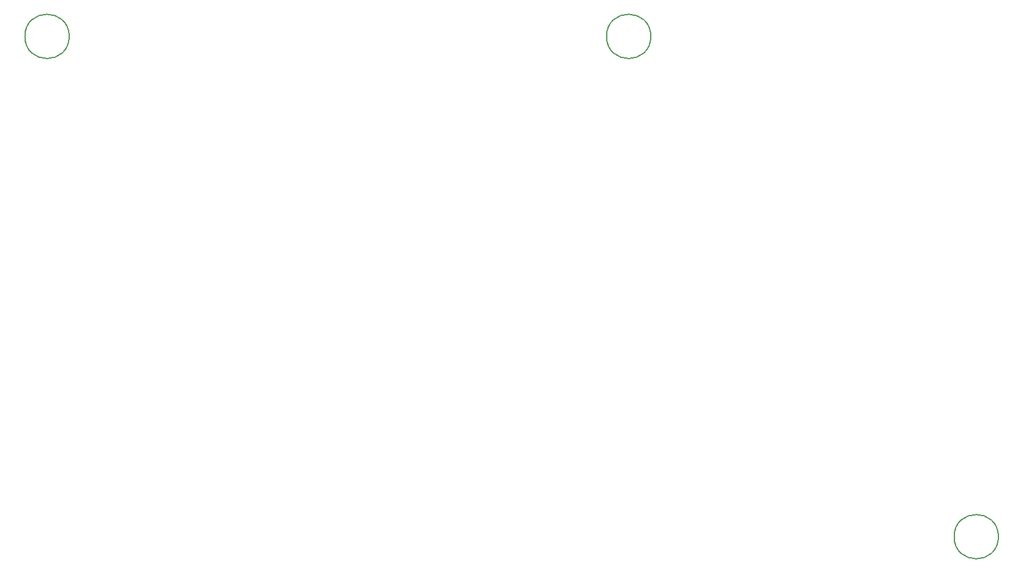
<source format=gbr>
G04 #@! TF.GenerationSoftware,KiCad,Pcbnew,(5.0.0)*
G04 #@! TF.CreationDate,2019-02-27T09:55:35+01:00*
G04 #@! TF.ProjectId,Potentiometer_mount_16LED,506F74656E74696F6D657465725F6D6F,rev?*
G04 #@! TF.SameCoordinates,Original*
G04 #@! TF.FileFunction,Other,Comment*
%FSLAX46Y46*%
G04 Gerber Fmt 4.6, Leading zero omitted, Abs format (unit mm)*
G04 Created by KiCad (PCBNEW (5.0.0)) date 02/27/19 09:55:35*
%MOMM*%
%LPD*%
G01*
G04 APERTURE LIST*
%ADD10C,0.150000*%
G04 APERTURE END LIST*
D10*
G04 #@! TO.C,*
X111500000Y-75500000D02*
G75*
G03X111500000Y-75500000I-3200000J0D01*
G01*
X27500000Y-75500000D02*
G75*
G03X27500000Y-75500000I-3200000J0D01*
G01*
X161700000Y-147800000D02*
G75*
G03X161700000Y-147800000I-3200000J0D01*
G01*
G04 #@! TD*
M02*

</source>
